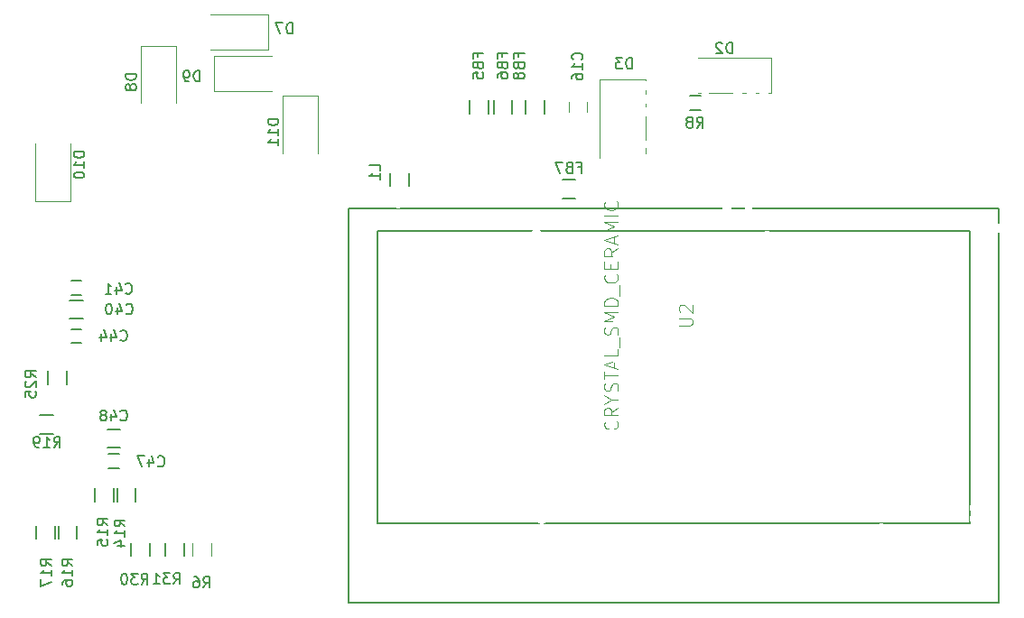
<source format=gbr>
G04 #@! TF.GenerationSoftware,KiCad,Pcbnew,5.1.4+dfsg1-1*
G04 #@! TF.CreationDate,2021-01-01T15:39:33+01:00*
G04 #@! TF.ProjectId,MIDI_FOOTSWITCH,4d494449-5f46-44f4-9f54-535749544348,rev?*
G04 #@! TF.SameCoordinates,PX4c4b400PY1312d00*
G04 #@! TF.FileFunction,Legend,Bot*
G04 #@! TF.FilePolarity,Positive*
%FSLAX46Y46*%
G04 Gerber Fmt 4.6, Leading zero omitted, Abs format (unit mm)*
G04 Created by KiCad (PCBNEW 5.1.4+dfsg1-1) date 2021-01-01 15:39:33*
%MOMM*%
%LPD*%
G04 APERTURE LIST*
%ADD10C,0.150000*%
%ADD11C,0.120000*%
%ADD12C,0.088900*%
%ADD13C,2.700000*%
%ADD14C,2.400000*%
%ADD15C,1.500000*%
%ADD16C,2.250000*%
%ADD17C,1.700000*%
%ADD18R,1.300000X1.000000*%
%ADD19R,1.050000X1.050000*%
%ADD20C,1.050000*%
%ADD21R,1.300000X1.500000*%
%ADD22C,6.600000*%
%ADD23R,1.250000X1.000000*%
%ADD24R,0.900000X0.900000*%
%ADD25R,3.500000X1.800000*%
%ADD26R,2.300000X3.500000*%
%ADD27R,1.000000X1.300000*%
%ADD28R,2.500000X1.800000*%
%ADD29R,1.800000X2.500000*%
%ADD30O,1.350000X1.350000*%
%ADD31R,1.350000X1.350000*%
%ADD32O,1.700000X1.700000*%
%ADD33R,1.700000X1.700000*%
%ADD34C,0.889000*%
%ADD35C,0.600000*%
%ADD36C,1.200000*%
%ADD37C,0.254000*%
G04 APERTURE END LIST*
D10*
X31000000Y-19000000D02*
X31000000Y-56000000D01*
X89250000Y-21100000D02*
X89250000Y-48600000D01*
X33750000Y-48600000D02*
X89250000Y-48600000D01*
X33750000Y-21100000D02*
X33750000Y-48600000D01*
X33750000Y-21100000D02*
X89250000Y-21100000D01*
X31000000Y-56000000D02*
X92000000Y-56000000D01*
X92000000Y-19000000D02*
X92000000Y-56000000D01*
X31000000Y-19000000D02*
X92000000Y-19000000D01*
X34925000Y-15700000D02*
X34925000Y-16900000D01*
X36675000Y-16900000D02*
X36675000Y-15700000D01*
D11*
X16370000Y-50400000D02*
X16370000Y-51600000D01*
X18130000Y-51600000D02*
X18130000Y-50400000D01*
X53350000Y-9000000D02*
X53350000Y-10000000D01*
X51650000Y-10000000D02*
X51650000Y-9000000D01*
D10*
X63000000Y-9775000D02*
X64000000Y-9775000D01*
X64000000Y-8425000D02*
X63000000Y-8425000D01*
D11*
X70650000Y-4850000D02*
X63750000Y-4850000D01*
X70650000Y-8150000D02*
X63750000Y-8150000D01*
X70650000Y-4850000D02*
X70650000Y-8150000D01*
X54600000Y-6950000D02*
X54600000Y-14250000D01*
X58900000Y-6950000D02*
X58900000Y-14250000D01*
X54600000Y-6950000D02*
X58900000Y-6950000D01*
D10*
X42375000Y-8900000D02*
X42375000Y-10100000D01*
X44125000Y-10100000D02*
X44125000Y-8900000D01*
X46375000Y-10100000D02*
X46375000Y-8900000D01*
X44625000Y-8900000D02*
X44625000Y-10100000D01*
X51100000Y-18075000D02*
X52300000Y-18075000D01*
X52300000Y-16325000D02*
X51100000Y-16325000D01*
X47625000Y-8900000D02*
X47625000Y-10100000D01*
X49375000Y-10100000D02*
X49375000Y-8900000D01*
X11075000Y-46500000D02*
X11075000Y-45300000D01*
X9325000Y-45300000D02*
X9325000Y-46500000D01*
X7225000Y-45300000D02*
X7225000Y-46500000D01*
X8975000Y-46500000D02*
X8975000Y-45300000D01*
X3825000Y-48800000D02*
X3825000Y-50000000D01*
X5575000Y-50000000D02*
X5575000Y-48800000D01*
X3475000Y-50000000D02*
X3475000Y-48800000D01*
X1725000Y-48800000D02*
X1725000Y-50000000D01*
X3300000Y-38425000D02*
X2100000Y-38425000D01*
X2100000Y-40175000D02*
X3300000Y-40175000D01*
X4900000Y-29375000D02*
X6100000Y-29375000D01*
X6100000Y-27625000D02*
X4900000Y-27625000D01*
X6000000Y-25825000D02*
X5000000Y-25825000D01*
X5000000Y-27175000D02*
X6000000Y-27175000D01*
X12375000Y-51600000D02*
X12375000Y-50400000D01*
X10625000Y-50400000D02*
X10625000Y-51600000D01*
X13875000Y-50400000D02*
X13875000Y-51600000D01*
X15625000Y-51600000D02*
X15625000Y-50400000D01*
X6000000Y-30325000D02*
X5000000Y-30325000D01*
X5000000Y-31675000D02*
X6000000Y-31675000D01*
X8500000Y-43375000D02*
X9500000Y-43375000D01*
X9500000Y-42025000D02*
X8500000Y-42025000D01*
X9600000Y-39725000D02*
X8400000Y-39725000D01*
X8400000Y-41475000D02*
X9600000Y-41475000D01*
X2825000Y-34300000D02*
X2825000Y-35500000D01*
X4575000Y-35500000D02*
X4575000Y-34300000D01*
D11*
X23500000Y-850000D02*
X18100000Y-850000D01*
X23500000Y-4150000D02*
X18100000Y-4150000D01*
X23500000Y-850000D02*
X23500000Y-4150000D01*
X11525000Y-3750000D02*
X14825000Y-3750000D01*
X14825000Y-3750000D02*
X14825000Y-9150000D01*
X11525000Y-3750000D02*
X11525000Y-9150000D01*
X18400000Y-8025000D02*
X23800000Y-8025000D01*
X18400000Y-4725000D02*
X23800000Y-4725000D01*
X18400000Y-8025000D02*
X18400000Y-4725000D01*
X4950000Y-18300000D02*
X4950000Y-12900000D01*
X1650000Y-18300000D02*
X1650000Y-12900000D01*
X4950000Y-18300000D02*
X1650000Y-18300000D01*
X24850000Y-8450000D02*
X28150000Y-8450000D01*
X28150000Y-8450000D02*
X28150000Y-13850000D01*
X24850000Y-8450000D02*
X24850000Y-13850000D01*
D10*
X33952380Y-15433333D02*
X33952380Y-14957142D01*
X32952380Y-14957142D01*
X33952380Y-16290476D02*
X33952380Y-15719047D01*
X33952380Y-16004761D02*
X32952380Y-16004761D01*
X33095238Y-15909523D01*
X33190476Y-15814285D01*
X33238095Y-15719047D01*
D12*
X61993059Y-30035241D02*
X63021155Y-30035241D01*
X63142107Y-29974764D01*
X63202583Y-29914288D01*
X63263059Y-29793336D01*
X63263059Y-29551431D01*
X63202583Y-29430479D01*
X63142107Y-29370002D01*
X63021155Y-29309526D01*
X61993059Y-29309526D01*
X62114012Y-28765241D02*
X62053536Y-28704764D01*
X61993059Y-28583812D01*
X61993059Y-28281431D01*
X62053536Y-28160479D01*
X62114012Y-28100002D01*
X62234964Y-28039526D01*
X62355916Y-28039526D01*
X62537345Y-28100002D01*
X63263059Y-28825717D01*
X63263059Y-28039526D01*
X56157107Y-38985717D02*
X56217583Y-39046193D01*
X56278059Y-39227622D01*
X56278059Y-39348574D01*
X56217583Y-39530002D01*
X56096631Y-39650955D01*
X55975678Y-39711431D01*
X55733774Y-39771907D01*
X55552345Y-39771907D01*
X55310440Y-39711431D01*
X55189488Y-39650955D01*
X55068536Y-39530002D01*
X55008059Y-39348574D01*
X55008059Y-39227622D01*
X55068536Y-39046193D01*
X55129012Y-38985717D01*
X56278059Y-37715717D02*
X55673297Y-38139050D01*
X56278059Y-38441431D02*
X55008059Y-38441431D01*
X55008059Y-37957622D01*
X55068536Y-37836669D01*
X55129012Y-37776193D01*
X55249964Y-37715717D01*
X55431393Y-37715717D01*
X55552345Y-37776193D01*
X55612821Y-37836669D01*
X55673297Y-37957622D01*
X55673297Y-38441431D01*
X55673297Y-36929526D02*
X56278059Y-36929526D01*
X55008059Y-37352860D02*
X55673297Y-36929526D01*
X55008059Y-36506193D01*
X56217583Y-36143336D02*
X56278059Y-35961907D01*
X56278059Y-35659526D01*
X56217583Y-35538574D01*
X56157107Y-35478098D01*
X56036155Y-35417622D01*
X55915202Y-35417622D01*
X55794250Y-35478098D01*
X55733774Y-35538574D01*
X55673297Y-35659526D01*
X55612821Y-35901431D01*
X55552345Y-36022383D01*
X55491869Y-36082860D01*
X55370916Y-36143336D01*
X55249964Y-36143336D01*
X55129012Y-36082860D01*
X55068536Y-36022383D01*
X55008059Y-35901431D01*
X55008059Y-35599050D01*
X55068536Y-35417622D01*
X55008059Y-35054764D02*
X55008059Y-34329050D01*
X56278059Y-34691907D02*
X55008059Y-34691907D01*
X55915202Y-33966193D02*
X55915202Y-33361431D01*
X56278059Y-34087145D02*
X55008059Y-33663812D01*
X56278059Y-33240479D01*
X56278059Y-32212383D02*
X56278059Y-32817145D01*
X55008059Y-32817145D01*
X56399012Y-32091431D02*
X56399012Y-31123812D01*
X56217583Y-30881907D02*
X56278059Y-30700479D01*
X56278059Y-30398098D01*
X56217583Y-30277145D01*
X56157107Y-30216669D01*
X56036155Y-30156193D01*
X55915202Y-30156193D01*
X55794250Y-30216669D01*
X55733774Y-30277145D01*
X55673297Y-30398098D01*
X55612821Y-30640002D01*
X55552345Y-30760955D01*
X55491869Y-30821431D01*
X55370916Y-30881907D01*
X55249964Y-30881907D01*
X55129012Y-30821431D01*
X55068536Y-30760955D01*
X55008059Y-30640002D01*
X55008059Y-30337622D01*
X55068536Y-30156193D01*
X56278059Y-29611907D02*
X55008059Y-29611907D01*
X55915202Y-29188574D01*
X55008059Y-28765241D01*
X56278059Y-28765241D01*
X56278059Y-28160479D02*
X55008059Y-28160479D01*
X55008059Y-27858098D01*
X55068536Y-27676669D01*
X55189488Y-27555717D01*
X55310440Y-27495241D01*
X55552345Y-27434764D01*
X55733774Y-27434764D01*
X55975678Y-27495241D01*
X56096631Y-27555717D01*
X56217583Y-27676669D01*
X56278059Y-27858098D01*
X56278059Y-28160479D01*
X56399012Y-27192860D02*
X56399012Y-26225241D01*
X56157107Y-25197145D02*
X56217583Y-25257622D01*
X56278059Y-25439050D01*
X56278059Y-25560002D01*
X56217583Y-25741431D01*
X56096631Y-25862383D01*
X55975678Y-25922860D01*
X55733774Y-25983336D01*
X55552345Y-25983336D01*
X55310440Y-25922860D01*
X55189488Y-25862383D01*
X55068536Y-25741431D01*
X55008059Y-25560002D01*
X55008059Y-25439050D01*
X55068536Y-25257622D01*
X55129012Y-25197145D01*
X55612821Y-24652860D02*
X55612821Y-24229526D01*
X56278059Y-24048098D02*
X56278059Y-24652860D01*
X55008059Y-24652860D01*
X55008059Y-24048098D01*
X56278059Y-22778098D02*
X55673297Y-23201431D01*
X56278059Y-23503812D02*
X55008059Y-23503812D01*
X55008059Y-23020002D01*
X55068536Y-22899050D01*
X55129012Y-22838574D01*
X55249964Y-22778098D01*
X55431393Y-22778098D01*
X55552345Y-22838574D01*
X55612821Y-22899050D01*
X55673297Y-23020002D01*
X55673297Y-23503812D01*
X55915202Y-22294288D02*
X55915202Y-21689526D01*
X56278059Y-22415241D02*
X55008059Y-21991907D01*
X56278059Y-21568574D01*
X56278059Y-21145241D02*
X55008059Y-21145241D01*
X55915202Y-20721907D01*
X55008059Y-20298574D01*
X56278059Y-20298574D01*
X56278059Y-19693812D02*
X55008059Y-19693812D01*
X56157107Y-18363336D02*
X56217583Y-18423812D01*
X56278059Y-18605241D01*
X56278059Y-18726193D01*
X56217583Y-18907622D01*
X56096631Y-19028574D01*
X55975678Y-19089050D01*
X55733774Y-19149526D01*
X55552345Y-19149526D01*
X55310440Y-19089050D01*
X55189488Y-19028574D01*
X55068536Y-18907622D01*
X55008059Y-18726193D01*
X55008059Y-18605241D01*
X55068536Y-18423812D01*
X55129012Y-18363336D01*
D10*
X17391666Y-54602380D02*
X17725000Y-54126190D01*
X17963095Y-54602380D02*
X17963095Y-53602380D01*
X17582142Y-53602380D01*
X17486904Y-53650000D01*
X17439285Y-53697619D01*
X17391666Y-53792857D01*
X17391666Y-53935714D01*
X17439285Y-54030952D01*
X17486904Y-54078571D01*
X17582142Y-54126190D01*
X17963095Y-54126190D01*
X16534523Y-53602380D02*
X16725000Y-53602380D01*
X16820238Y-53650000D01*
X16867857Y-53697619D01*
X16963095Y-53840476D01*
X17010714Y-54030952D01*
X17010714Y-54411904D01*
X16963095Y-54507142D01*
X16915476Y-54554761D01*
X16820238Y-54602380D01*
X16629761Y-54602380D01*
X16534523Y-54554761D01*
X16486904Y-54507142D01*
X16439285Y-54411904D01*
X16439285Y-54173809D01*
X16486904Y-54078571D01*
X16534523Y-54030952D01*
X16629761Y-53983333D01*
X16820238Y-53983333D01*
X16915476Y-54030952D01*
X16963095Y-54078571D01*
X17010714Y-54173809D01*
X52877142Y-5037142D02*
X52924761Y-4989523D01*
X52972380Y-4846666D01*
X52972380Y-4751428D01*
X52924761Y-4608571D01*
X52829523Y-4513333D01*
X52734285Y-4465714D01*
X52543809Y-4418095D01*
X52400952Y-4418095D01*
X52210476Y-4465714D01*
X52115238Y-4513333D01*
X52020000Y-4608571D01*
X51972380Y-4751428D01*
X51972380Y-4846666D01*
X52020000Y-4989523D01*
X52067619Y-5037142D01*
X52972380Y-5989523D02*
X52972380Y-5418095D01*
X52972380Y-5703809D02*
X51972380Y-5703809D01*
X52115238Y-5608571D01*
X52210476Y-5513333D01*
X52258095Y-5418095D01*
X51972380Y-6846666D02*
X51972380Y-6656190D01*
X52020000Y-6560952D01*
X52067619Y-6513333D01*
X52210476Y-6418095D01*
X52400952Y-6370476D01*
X52781904Y-6370476D01*
X52877142Y-6418095D01*
X52924761Y-6465714D01*
X52972380Y-6560952D01*
X52972380Y-6751428D01*
X52924761Y-6846666D01*
X52877142Y-6894285D01*
X52781904Y-6941904D01*
X52543809Y-6941904D01*
X52448571Y-6894285D01*
X52400952Y-6846666D01*
X52353333Y-6751428D01*
X52353333Y-6560952D01*
X52400952Y-6465714D01*
X52448571Y-6418095D01*
X52543809Y-6370476D01*
X63666666Y-11452380D02*
X64000000Y-10976190D01*
X64238095Y-11452380D02*
X64238095Y-10452380D01*
X63857142Y-10452380D01*
X63761904Y-10500000D01*
X63714285Y-10547619D01*
X63666666Y-10642857D01*
X63666666Y-10785714D01*
X63714285Y-10880952D01*
X63761904Y-10928571D01*
X63857142Y-10976190D01*
X64238095Y-10976190D01*
X63095238Y-10880952D02*
X63190476Y-10833333D01*
X63238095Y-10785714D01*
X63285714Y-10690476D01*
X63285714Y-10642857D01*
X63238095Y-10547619D01*
X63190476Y-10500000D01*
X63095238Y-10452380D01*
X62904761Y-10452380D01*
X62809523Y-10500000D01*
X62761904Y-10547619D01*
X62714285Y-10642857D01*
X62714285Y-10690476D01*
X62761904Y-10785714D01*
X62809523Y-10833333D01*
X62904761Y-10880952D01*
X63095238Y-10880952D01*
X63190476Y-10928571D01*
X63238095Y-10976190D01*
X63285714Y-11071428D01*
X63285714Y-11261904D01*
X63238095Y-11357142D01*
X63190476Y-11404761D01*
X63095238Y-11452380D01*
X62904761Y-11452380D01*
X62809523Y-11404761D01*
X62761904Y-11357142D01*
X62714285Y-11261904D01*
X62714285Y-11071428D01*
X62761904Y-10976190D01*
X62809523Y-10928571D01*
X62904761Y-10880952D01*
X66988095Y-4452380D02*
X66988095Y-3452380D01*
X66750000Y-3452380D01*
X66607142Y-3500000D01*
X66511904Y-3595238D01*
X66464285Y-3690476D01*
X66416666Y-3880952D01*
X66416666Y-4023809D01*
X66464285Y-4214285D01*
X66511904Y-4309523D01*
X66607142Y-4404761D01*
X66750000Y-4452380D01*
X66988095Y-4452380D01*
X66035714Y-3547619D02*
X65988095Y-3500000D01*
X65892857Y-3452380D01*
X65654761Y-3452380D01*
X65559523Y-3500000D01*
X65511904Y-3547619D01*
X65464285Y-3642857D01*
X65464285Y-3738095D01*
X65511904Y-3880952D01*
X66083333Y-4452380D01*
X65464285Y-4452380D01*
X57588095Y-5902380D02*
X57588095Y-4902380D01*
X57350000Y-4902380D01*
X57207142Y-4950000D01*
X57111904Y-5045238D01*
X57064285Y-5140476D01*
X57016666Y-5330952D01*
X57016666Y-5473809D01*
X57064285Y-5664285D01*
X57111904Y-5759523D01*
X57207142Y-5854761D01*
X57350000Y-5902380D01*
X57588095Y-5902380D01*
X56683333Y-4902380D02*
X56064285Y-4902380D01*
X56397619Y-5283333D01*
X56254761Y-5283333D01*
X56159523Y-5330952D01*
X56111904Y-5378571D01*
X56064285Y-5473809D01*
X56064285Y-5711904D01*
X56111904Y-5807142D01*
X56159523Y-5854761D01*
X56254761Y-5902380D01*
X56540476Y-5902380D01*
X56635714Y-5854761D01*
X56683333Y-5807142D01*
X43148571Y-4796666D02*
X43148571Y-4463333D01*
X43672380Y-4463333D02*
X42672380Y-4463333D01*
X42672380Y-4939523D01*
X43148571Y-5653809D02*
X43196190Y-5796666D01*
X43243809Y-5844285D01*
X43339047Y-5891904D01*
X43481904Y-5891904D01*
X43577142Y-5844285D01*
X43624761Y-5796666D01*
X43672380Y-5701428D01*
X43672380Y-5320476D01*
X42672380Y-5320476D01*
X42672380Y-5653809D01*
X42720000Y-5749047D01*
X42767619Y-5796666D01*
X42862857Y-5844285D01*
X42958095Y-5844285D01*
X43053333Y-5796666D01*
X43100952Y-5749047D01*
X43148571Y-5653809D01*
X43148571Y-5320476D01*
X42672380Y-6796666D02*
X42672380Y-6320476D01*
X43148571Y-6272857D01*
X43100952Y-6320476D01*
X43053333Y-6415714D01*
X43053333Y-6653809D01*
X43100952Y-6749047D01*
X43148571Y-6796666D01*
X43243809Y-6844285D01*
X43481904Y-6844285D01*
X43577142Y-6796666D01*
X43624761Y-6749047D01*
X43672380Y-6653809D01*
X43672380Y-6415714D01*
X43624761Y-6320476D01*
X43577142Y-6272857D01*
X45438571Y-4796666D02*
X45438571Y-4463333D01*
X45962380Y-4463333D02*
X44962380Y-4463333D01*
X44962380Y-4939523D01*
X45438571Y-5653809D02*
X45486190Y-5796666D01*
X45533809Y-5844285D01*
X45629047Y-5891904D01*
X45771904Y-5891904D01*
X45867142Y-5844285D01*
X45914761Y-5796666D01*
X45962380Y-5701428D01*
X45962380Y-5320476D01*
X44962380Y-5320476D01*
X44962380Y-5653809D01*
X45010000Y-5749047D01*
X45057619Y-5796666D01*
X45152857Y-5844285D01*
X45248095Y-5844285D01*
X45343333Y-5796666D01*
X45390952Y-5749047D01*
X45438571Y-5653809D01*
X45438571Y-5320476D01*
X44962380Y-6749047D02*
X44962380Y-6558571D01*
X45010000Y-6463333D01*
X45057619Y-6415714D01*
X45200476Y-6320476D01*
X45390952Y-6272857D01*
X45771904Y-6272857D01*
X45867142Y-6320476D01*
X45914761Y-6368095D01*
X45962380Y-6463333D01*
X45962380Y-6653809D01*
X45914761Y-6749047D01*
X45867142Y-6796666D01*
X45771904Y-6844285D01*
X45533809Y-6844285D01*
X45438571Y-6796666D01*
X45390952Y-6749047D01*
X45343333Y-6653809D01*
X45343333Y-6463333D01*
X45390952Y-6368095D01*
X45438571Y-6320476D01*
X45533809Y-6272857D01*
X52533333Y-15158571D02*
X52866666Y-15158571D01*
X52866666Y-15682380D02*
X52866666Y-14682380D01*
X52390476Y-14682380D01*
X51676190Y-15158571D02*
X51533333Y-15206190D01*
X51485714Y-15253809D01*
X51438095Y-15349047D01*
X51438095Y-15491904D01*
X51485714Y-15587142D01*
X51533333Y-15634761D01*
X51628571Y-15682380D01*
X52009523Y-15682380D01*
X52009523Y-14682380D01*
X51676190Y-14682380D01*
X51580952Y-14730000D01*
X51533333Y-14777619D01*
X51485714Y-14872857D01*
X51485714Y-14968095D01*
X51533333Y-15063333D01*
X51580952Y-15110952D01*
X51676190Y-15158571D01*
X52009523Y-15158571D01*
X51104761Y-14682380D02*
X50438095Y-14682380D01*
X50866666Y-15682380D01*
X46978571Y-4806666D02*
X46978571Y-4473333D01*
X47502380Y-4473333D02*
X46502380Y-4473333D01*
X46502380Y-4949523D01*
X46978571Y-5663809D02*
X47026190Y-5806666D01*
X47073809Y-5854285D01*
X47169047Y-5901904D01*
X47311904Y-5901904D01*
X47407142Y-5854285D01*
X47454761Y-5806666D01*
X47502380Y-5711428D01*
X47502380Y-5330476D01*
X46502380Y-5330476D01*
X46502380Y-5663809D01*
X46550000Y-5759047D01*
X46597619Y-5806666D01*
X46692857Y-5854285D01*
X46788095Y-5854285D01*
X46883333Y-5806666D01*
X46930952Y-5759047D01*
X46978571Y-5663809D01*
X46978571Y-5330476D01*
X46930952Y-6473333D02*
X46883333Y-6378095D01*
X46835714Y-6330476D01*
X46740476Y-6282857D01*
X46692857Y-6282857D01*
X46597619Y-6330476D01*
X46550000Y-6378095D01*
X46502380Y-6473333D01*
X46502380Y-6663809D01*
X46550000Y-6759047D01*
X46597619Y-6806666D01*
X46692857Y-6854285D01*
X46740476Y-6854285D01*
X46835714Y-6806666D01*
X46883333Y-6759047D01*
X46930952Y-6663809D01*
X46930952Y-6473333D01*
X46978571Y-6378095D01*
X47026190Y-6330476D01*
X47121428Y-6282857D01*
X47311904Y-6282857D01*
X47407142Y-6330476D01*
X47454761Y-6378095D01*
X47502380Y-6473333D01*
X47502380Y-6663809D01*
X47454761Y-6759047D01*
X47407142Y-6806666D01*
X47311904Y-6854285D01*
X47121428Y-6854285D01*
X47026190Y-6806666D01*
X46978571Y-6759047D01*
X46930952Y-6663809D01*
X10052380Y-48857142D02*
X9576190Y-48523809D01*
X10052380Y-48285714D02*
X9052380Y-48285714D01*
X9052380Y-48666666D01*
X9100000Y-48761904D01*
X9147619Y-48809523D01*
X9242857Y-48857142D01*
X9385714Y-48857142D01*
X9480952Y-48809523D01*
X9528571Y-48761904D01*
X9576190Y-48666666D01*
X9576190Y-48285714D01*
X10052380Y-49809523D02*
X10052380Y-49238095D01*
X10052380Y-49523809D02*
X9052380Y-49523809D01*
X9195238Y-49428571D01*
X9290476Y-49333333D01*
X9338095Y-49238095D01*
X9385714Y-50666666D02*
X10052380Y-50666666D01*
X9004761Y-50428571D02*
X9719047Y-50190476D01*
X9719047Y-50809523D01*
X8452380Y-48757142D02*
X7976190Y-48423809D01*
X8452380Y-48185714D02*
X7452380Y-48185714D01*
X7452380Y-48566666D01*
X7500000Y-48661904D01*
X7547619Y-48709523D01*
X7642857Y-48757142D01*
X7785714Y-48757142D01*
X7880952Y-48709523D01*
X7928571Y-48661904D01*
X7976190Y-48566666D01*
X7976190Y-48185714D01*
X8452380Y-49709523D02*
X8452380Y-49138095D01*
X8452380Y-49423809D02*
X7452380Y-49423809D01*
X7595238Y-49328571D01*
X7690476Y-49233333D01*
X7738095Y-49138095D01*
X7452380Y-50614285D02*
X7452380Y-50138095D01*
X7928571Y-50090476D01*
X7880952Y-50138095D01*
X7833333Y-50233333D01*
X7833333Y-50471428D01*
X7880952Y-50566666D01*
X7928571Y-50614285D01*
X8023809Y-50661904D01*
X8261904Y-50661904D01*
X8357142Y-50614285D01*
X8404761Y-50566666D01*
X8452380Y-50471428D01*
X8452380Y-50233333D01*
X8404761Y-50138095D01*
X8357142Y-50090476D01*
X5152380Y-52557142D02*
X4676190Y-52223809D01*
X5152380Y-51985714D02*
X4152380Y-51985714D01*
X4152380Y-52366666D01*
X4200000Y-52461904D01*
X4247619Y-52509523D01*
X4342857Y-52557142D01*
X4485714Y-52557142D01*
X4580952Y-52509523D01*
X4628571Y-52461904D01*
X4676190Y-52366666D01*
X4676190Y-51985714D01*
X5152380Y-53509523D02*
X5152380Y-52938095D01*
X5152380Y-53223809D02*
X4152380Y-53223809D01*
X4295238Y-53128571D01*
X4390476Y-53033333D01*
X4438095Y-52938095D01*
X4152380Y-54366666D02*
X4152380Y-54176190D01*
X4200000Y-54080952D01*
X4247619Y-54033333D01*
X4390476Y-53938095D01*
X4580952Y-53890476D01*
X4961904Y-53890476D01*
X5057142Y-53938095D01*
X5104761Y-53985714D01*
X5152380Y-54080952D01*
X5152380Y-54271428D01*
X5104761Y-54366666D01*
X5057142Y-54414285D01*
X4961904Y-54461904D01*
X4723809Y-54461904D01*
X4628571Y-54414285D01*
X4580952Y-54366666D01*
X4533333Y-54271428D01*
X4533333Y-54080952D01*
X4580952Y-53985714D01*
X4628571Y-53938095D01*
X4723809Y-53890476D01*
X3152380Y-52557142D02*
X2676190Y-52223809D01*
X3152380Y-51985714D02*
X2152380Y-51985714D01*
X2152380Y-52366666D01*
X2200000Y-52461904D01*
X2247619Y-52509523D01*
X2342857Y-52557142D01*
X2485714Y-52557142D01*
X2580952Y-52509523D01*
X2628571Y-52461904D01*
X2676190Y-52366666D01*
X2676190Y-51985714D01*
X3152380Y-53509523D02*
X3152380Y-52938095D01*
X3152380Y-53223809D02*
X2152380Y-53223809D01*
X2295238Y-53128571D01*
X2390476Y-53033333D01*
X2438095Y-52938095D01*
X2152380Y-53842857D02*
X2152380Y-54509523D01*
X3152380Y-54080952D01*
X3392857Y-41452380D02*
X3726190Y-40976190D01*
X3964285Y-41452380D02*
X3964285Y-40452380D01*
X3583333Y-40452380D01*
X3488095Y-40500000D01*
X3440476Y-40547619D01*
X3392857Y-40642857D01*
X3392857Y-40785714D01*
X3440476Y-40880952D01*
X3488095Y-40928571D01*
X3583333Y-40976190D01*
X3964285Y-40976190D01*
X2440476Y-41452380D02*
X3011904Y-41452380D01*
X2726190Y-41452380D02*
X2726190Y-40452380D01*
X2821428Y-40595238D01*
X2916666Y-40690476D01*
X3011904Y-40738095D01*
X1964285Y-41452380D02*
X1773809Y-41452380D01*
X1678571Y-41404761D01*
X1630952Y-41357142D01*
X1535714Y-41214285D01*
X1488095Y-41023809D01*
X1488095Y-40642857D01*
X1535714Y-40547619D01*
X1583333Y-40500000D01*
X1678571Y-40452380D01*
X1869047Y-40452380D01*
X1964285Y-40500000D01*
X2011904Y-40547619D01*
X2059523Y-40642857D01*
X2059523Y-40880952D01*
X2011904Y-40976190D01*
X1964285Y-41023809D01*
X1869047Y-41071428D01*
X1678571Y-41071428D01*
X1583333Y-41023809D01*
X1535714Y-40976190D01*
X1488095Y-40880952D01*
X10162857Y-28867142D02*
X10210476Y-28914761D01*
X10353333Y-28962380D01*
X10448571Y-28962380D01*
X10591428Y-28914761D01*
X10686666Y-28819523D01*
X10734285Y-28724285D01*
X10781904Y-28533809D01*
X10781904Y-28390952D01*
X10734285Y-28200476D01*
X10686666Y-28105238D01*
X10591428Y-28010000D01*
X10448571Y-27962380D01*
X10353333Y-27962380D01*
X10210476Y-28010000D01*
X10162857Y-28057619D01*
X9305714Y-28295714D02*
X9305714Y-28962380D01*
X9543809Y-27914761D02*
X9781904Y-28629047D01*
X9162857Y-28629047D01*
X8591428Y-27962380D02*
X8496190Y-27962380D01*
X8400952Y-28010000D01*
X8353333Y-28057619D01*
X8305714Y-28152857D01*
X8258095Y-28343333D01*
X8258095Y-28581428D01*
X8305714Y-28771904D01*
X8353333Y-28867142D01*
X8400952Y-28914761D01*
X8496190Y-28962380D01*
X8591428Y-28962380D01*
X8686666Y-28914761D01*
X8734285Y-28867142D01*
X8781904Y-28771904D01*
X8829523Y-28581428D01*
X8829523Y-28343333D01*
X8781904Y-28152857D01*
X8734285Y-28057619D01*
X8686666Y-28010000D01*
X8591428Y-27962380D01*
X10122857Y-26937142D02*
X10170476Y-26984761D01*
X10313333Y-27032380D01*
X10408571Y-27032380D01*
X10551428Y-26984761D01*
X10646666Y-26889523D01*
X10694285Y-26794285D01*
X10741904Y-26603809D01*
X10741904Y-26460952D01*
X10694285Y-26270476D01*
X10646666Y-26175238D01*
X10551428Y-26080000D01*
X10408571Y-26032380D01*
X10313333Y-26032380D01*
X10170476Y-26080000D01*
X10122857Y-26127619D01*
X9265714Y-26365714D02*
X9265714Y-27032380D01*
X9503809Y-25984761D02*
X9741904Y-26699047D01*
X9122857Y-26699047D01*
X8218095Y-27032380D02*
X8789523Y-27032380D01*
X8503809Y-27032380D02*
X8503809Y-26032380D01*
X8599047Y-26175238D01*
X8694285Y-26270476D01*
X8789523Y-26318095D01*
X11592857Y-54302380D02*
X11926190Y-53826190D01*
X12164285Y-54302380D02*
X12164285Y-53302380D01*
X11783333Y-53302380D01*
X11688095Y-53350000D01*
X11640476Y-53397619D01*
X11592857Y-53492857D01*
X11592857Y-53635714D01*
X11640476Y-53730952D01*
X11688095Y-53778571D01*
X11783333Y-53826190D01*
X12164285Y-53826190D01*
X11259523Y-53302380D02*
X10640476Y-53302380D01*
X10973809Y-53683333D01*
X10830952Y-53683333D01*
X10735714Y-53730952D01*
X10688095Y-53778571D01*
X10640476Y-53873809D01*
X10640476Y-54111904D01*
X10688095Y-54207142D01*
X10735714Y-54254761D01*
X10830952Y-54302380D01*
X11116666Y-54302380D01*
X11211904Y-54254761D01*
X11259523Y-54207142D01*
X10021428Y-53302380D02*
X9926190Y-53302380D01*
X9830952Y-53350000D01*
X9783333Y-53397619D01*
X9735714Y-53492857D01*
X9688095Y-53683333D01*
X9688095Y-53921428D01*
X9735714Y-54111904D01*
X9783333Y-54207142D01*
X9830952Y-54254761D01*
X9926190Y-54302380D01*
X10021428Y-54302380D01*
X10116666Y-54254761D01*
X10164285Y-54207142D01*
X10211904Y-54111904D01*
X10259523Y-53921428D01*
X10259523Y-53683333D01*
X10211904Y-53492857D01*
X10164285Y-53397619D01*
X10116666Y-53350000D01*
X10021428Y-53302380D01*
X14617857Y-54252380D02*
X14951190Y-53776190D01*
X15189285Y-54252380D02*
X15189285Y-53252380D01*
X14808333Y-53252380D01*
X14713095Y-53300000D01*
X14665476Y-53347619D01*
X14617857Y-53442857D01*
X14617857Y-53585714D01*
X14665476Y-53680952D01*
X14713095Y-53728571D01*
X14808333Y-53776190D01*
X15189285Y-53776190D01*
X14284523Y-53252380D02*
X13665476Y-53252380D01*
X13998809Y-53633333D01*
X13855952Y-53633333D01*
X13760714Y-53680952D01*
X13713095Y-53728571D01*
X13665476Y-53823809D01*
X13665476Y-54061904D01*
X13713095Y-54157142D01*
X13760714Y-54204761D01*
X13855952Y-54252380D01*
X14141666Y-54252380D01*
X14236904Y-54204761D01*
X14284523Y-54157142D01*
X12713095Y-54252380D02*
X13284523Y-54252380D01*
X12998809Y-54252380D02*
X12998809Y-53252380D01*
X13094047Y-53395238D01*
X13189285Y-53490476D01*
X13284523Y-53538095D01*
X9642857Y-31357142D02*
X9690476Y-31404761D01*
X9833333Y-31452380D01*
X9928571Y-31452380D01*
X10071428Y-31404761D01*
X10166666Y-31309523D01*
X10214285Y-31214285D01*
X10261904Y-31023809D01*
X10261904Y-30880952D01*
X10214285Y-30690476D01*
X10166666Y-30595238D01*
X10071428Y-30500000D01*
X9928571Y-30452380D01*
X9833333Y-30452380D01*
X9690476Y-30500000D01*
X9642857Y-30547619D01*
X8785714Y-30785714D02*
X8785714Y-31452380D01*
X9023809Y-30404761D02*
X9261904Y-31119047D01*
X8642857Y-31119047D01*
X7833333Y-30785714D02*
X7833333Y-31452380D01*
X8071428Y-30404761D02*
X8309523Y-31119047D01*
X7690476Y-31119047D01*
X13142857Y-43157142D02*
X13190476Y-43204761D01*
X13333333Y-43252380D01*
X13428571Y-43252380D01*
X13571428Y-43204761D01*
X13666666Y-43109523D01*
X13714285Y-43014285D01*
X13761904Y-42823809D01*
X13761904Y-42680952D01*
X13714285Y-42490476D01*
X13666666Y-42395238D01*
X13571428Y-42300000D01*
X13428571Y-42252380D01*
X13333333Y-42252380D01*
X13190476Y-42300000D01*
X13142857Y-42347619D01*
X12285714Y-42585714D02*
X12285714Y-43252380D01*
X12523809Y-42204761D02*
X12761904Y-42919047D01*
X12142857Y-42919047D01*
X11857142Y-42252380D02*
X11190476Y-42252380D01*
X11619047Y-43252380D01*
X9642857Y-38857142D02*
X9690476Y-38904761D01*
X9833333Y-38952380D01*
X9928571Y-38952380D01*
X10071428Y-38904761D01*
X10166666Y-38809523D01*
X10214285Y-38714285D01*
X10261904Y-38523809D01*
X10261904Y-38380952D01*
X10214285Y-38190476D01*
X10166666Y-38095238D01*
X10071428Y-38000000D01*
X9928571Y-37952380D01*
X9833333Y-37952380D01*
X9690476Y-38000000D01*
X9642857Y-38047619D01*
X8785714Y-38285714D02*
X8785714Y-38952380D01*
X9023809Y-37904761D02*
X9261904Y-38619047D01*
X8642857Y-38619047D01*
X8119047Y-38380952D02*
X8214285Y-38333333D01*
X8261904Y-38285714D01*
X8309523Y-38190476D01*
X8309523Y-38142857D01*
X8261904Y-38047619D01*
X8214285Y-38000000D01*
X8119047Y-37952380D01*
X7928571Y-37952380D01*
X7833333Y-38000000D01*
X7785714Y-38047619D01*
X7738095Y-38142857D01*
X7738095Y-38190476D01*
X7785714Y-38285714D01*
X7833333Y-38333333D01*
X7928571Y-38380952D01*
X8119047Y-38380952D01*
X8214285Y-38428571D01*
X8261904Y-38476190D01*
X8309523Y-38571428D01*
X8309523Y-38761904D01*
X8261904Y-38857142D01*
X8214285Y-38904761D01*
X8119047Y-38952380D01*
X7928571Y-38952380D01*
X7833333Y-38904761D01*
X7785714Y-38857142D01*
X7738095Y-38761904D01*
X7738095Y-38571428D01*
X7785714Y-38476190D01*
X7833333Y-38428571D01*
X7928571Y-38380952D01*
X1702380Y-34857142D02*
X1226190Y-34523809D01*
X1702380Y-34285714D02*
X702380Y-34285714D01*
X702380Y-34666666D01*
X750000Y-34761904D01*
X797619Y-34809523D01*
X892857Y-34857142D01*
X1035714Y-34857142D01*
X1130952Y-34809523D01*
X1178571Y-34761904D01*
X1226190Y-34666666D01*
X1226190Y-34285714D01*
X797619Y-35238095D02*
X750000Y-35285714D01*
X702380Y-35380952D01*
X702380Y-35619047D01*
X750000Y-35714285D01*
X797619Y-35761904D01*
X892857Y-35809523D01*
X988095Y-35809523D01*
X1130952Y-35761904D01*
X1702380Y-35190476D01*
X1702380Y-35809523D01*
X702380Y-36714285D02*
X702380Y-36238095D01*
X1178571Y-36190476D01*
X1130952Y-36238095D01*
X1083333Y-36333333D01*
X1083333Y-36571428D01*
X1130952Y-36666666D01*
X1178571Y-36714285D01*
X1273809Y-36761904D01*
X1511904Y-36761904D01*
X1607142Y-36714285D01*
X1654761Y-36666666D01*
X1702380Y-36571428D01*
X1702380Y-36333333D01*
X1654761Y-36238095D01*
X1607142Y-36190476D01*
X25758095Y-2612380D02*
X25758095Y-1612380D01*
X25520000Y-1612380D01*
X25377142Y-1660000D01*
X25281904Y-1755238D01*
X25234285Y-1850476D01*
X25186666Y-2040952D01*
X25186666Y-2183809D01*
X25234285Y-2374285D01*
X25281904Y-2469523D01*
X25377142Y-2564761D01*
X25520000Y-2612380D01*
X25758095Y-2612380D01*
X24853333Y-1612380D02*
X24186666Y-1612380D01*
X24615238Y-2612380D01*
X11127380Y-6411904D02*
X10127380Y-6411904D01*
X10127380Y-6650000D01*
X10175000Y-6792857D01*
X10270238Y-6888095D01*
X10365476Y-6935714D01*
X10555952Y-6983333D01*
X10698809Y-6983333D01*
X10889285Y-6935714D01*
X10984523Y-6888095D01*
X11079761Y-6792857D01*
X11127380Y-6650000D01*
X11127380Y-6411904D01*
X10555952Y-7554761D02*
X10508333Y-7459523D01*
X10460714Y-7411904D01*
X10365476Y-7364285D01*
X10317857Y-7364285D01*
X10222619Y-7411904D01*
X10175000Y-7459523D01*
X10127380Y-7554761D01*
X10127380Y-7745238D01*
X10175000Y-7840476D01*
X10222619Y-7888095D01*
X10317857Y-7935714D01*
X10365476Y-7935714D01*
X10460714Y-7888095D01*
X10508333Y-7840476D01*
X10555952Y-7745238D01*
X10555952Y-7554761D01*
X10603571Y-7459523D01*
X10651190Y-7411904D01*
X10746428Y-7364285D01*
X10936904Y-7364285D01*
X11032142Y-7411904D01*
X11079761Y-7459523D01*
X11127380Y-7554761D01*
X11127380Y-7745238D01*
X11079761Y-7840476D01*
X11032142Y-7888095D01*
X10936904Y-7935714D01*
X10746428Y-7935714D01*
X10651190Y-7888095D01*
X10603571Y-7840476D01*
X10555952Y-7745238D01*
X17063095Y-7102380D02*
X17063095Y-6102380D01*
X16825000Y-6102380D01*
X16682142Y-6150000D01*
X16586904Y-6245238D01*
X16539285Y-6340476D01*
X16491666Y-6530952D01*
X16491666Y-6673809D01*
X16539285Y-6864285D01*
X16586904Y-6959523D01*
X16682142Y-7054761D01*
X16825000Y-7102380D01*
X17063095Y-7102380D01*
X16015476Y-7102380D02*
X15825000Y-7102380D01*
X15729761Y-7054761D01*
X15682142Y-7007142D01*
X15586904Y-6864285D01*
X15539285Y-6673809D01*
X15539285Y-6292857D01*
X15586904Y-6197619D01*
X15634523Y-6150000D01*
X15729761Y-6102380D01*
X15920238Y-6102380D01*
X16015476Y-6150000D01*
X16063095Y-6197619D01*
X16110714Y-6292857D01*
X16110714Y-6530952D01*
X16063095Y-6626190D01*
X16015476Y-6673809D01*
X15920238Y-6721428D01*
X15729761Y-6721428D01*
X15634523Y-6673809D01*
X15586904Y-6626190D01*
X15539285Y-6530952D01*
X6252380Y-13685714D02*
X5252380Y-13685714D01*
X5252380Y-13923809D01*
X5300000Y-14066666D01*
X5395238Y-14161904D01*
X5490476Y-14209523D01*
X5680952Y-14257142D01*
X5823809Y-14257142D01*
X6014285Y-14209523D01*
X6109523Y-14161904D01*
X6204761Y-14066666D01*
X6252380Y-13923809D01*
X6252380Y-13685714D01*
X6252380Y-15209523D02*
X6252380Y-14638095D01*
X6252380Y-14923809D02*
X5252380Y-14923809D01*
X5395238Y-14828571D01*
X5490476Y-14733333D01*
X5538095Y-14638095D01*
X5252380Y-15828571D02*
X5252380Y-15923809D01*
X5300000Y-16019047D01*
X5347619Y-16066666D01*
X5442857Y-16114285D01*
X5633333Y-16161904D01*
X5871428Y-16161904D01*
X6061904Y-16114285D01*
X6157142Y-16066666D01*
X6204761Y-16019047D01*
X6252380Y-15923809D01*
X6252380Y-15828571D01*
X6204761Y-15733333D01*
X6157142Y-15685714D01*
X6061904Y-15638095D01*
X5871428Y-15590476D01*
X5633333Y-15590476D01*
X5442857Y-15638095D01*
X5347619Y-15685714D01*
X5300000Y-15733333D01*
X5252380Y-15828571D01*
X24452380Y-10635714D02*
X23452380Y-10635714D01*
X23452380Y-10873809D01*
X23500000Y-11016666D01*
X23595238Y-11111904D01*
X23690476Y-11159523D01*
X23880952Y-11207142D01*
X24023809Y-11207142D01*
X24214285Y-11159523D01*
X24309523Y-11111904D01*
X24404761Y-11016666D01*
X24452380Y-10873809D01*
X24452380Y-10635714D01*
X24452380Y-12159523D02*
X24452380Y-11588095D01*
X24452380Y-11873809D02*
X23452380Y-11873809D01*
X23595238Y-11778571D01*
X23690476Y-11683333D01*
X23738095Y-11588095D01*
X24452380Y-13111904D02*
X24452380Y-12540476D01*
X24452380Y-12826190D02*
X23452380Y-12826190D01*
X23595238Y-12730952D01*
X23690476Y-12635714D01*
X23738095Y-12540476D01*
%LPC*%
D13*
X9190000Y-3860000D03*
D14*
X13000000Y-17200000D03*
X4750000Y-7030000D03*
X13000000Y-13385000D03*
X9190000Y-17200000D03*
X16810000Y-17200000D03*
X19980000Y-13385000D03*
D13*
X16810000Y-8940000D03*
D15*
X48440000Y-14700000D03*
X47170000Y-17240000D03*
X45900000Y-14700000D03*
X44630000Y-17240000D03*
X43360000Y-14700000D03*
X42090000Y-17240000D03*
X40820000Y-14700000D03*
X39550000Y-17240000D03*
D16*
X49080000Y-3900000D03*
X38920000Y-12790000D03*
D17*
X50595000Y-13430400D03*
D18*
X35800000Y-17350000D03*
X35800000Y-15250000D03*
D19*
X83941760Y-16677600D03*
D20*
X82671760Y-16677600D03*
X81401760Y-16677600D03*
X80131760Y-16677600D03*
X78861760Y-16677600D03*
X82671760Y-17947600D03*
X81401760Y-17947600D03*
X80131760Y-17947600D03*
X78861760Y-17947600D03*
X83941760Y-17947600D03*
D21*
X17250000Y-52350000D03*
X17250000Y-49650000D03*
D22*
X27000000Y-31000000D03*
X96000000Y-31000000D03*
D23*
X52500000Y-10500000D03*
X52500000Y-8500000D03*
D24*
X64450000Y-9100000D03*
X62550000Y-9100000D03*
D25*
X63750000Y-6500000D03*
X68750000Y-6500000D03*
D26*
X56750000Y-14250000D03*
X56750000Y-8850000D03*
D18*
X43250000Y-10550000D03*
X43250000Y-8450000D03*
X45500000Y-8450000D03*
X45500000Y-10550000D03*
D27*
X52750000Y-17200000D03*
X50650000Y-17200000D03*
D18*
X48500000Y-10550000D03*
X48500000Y-8450000D03*
X10200000Y-44850000D03*
X10200000Y-46950000D03*
X8100000Y-46950000D03*
X8100000Y-44850000D03*
X4700000Y-50450000D03*
X4700000Y-48350000D03*
X2600000Y-48350000D03*
X2600000Y-50450000D03*
D27*
X1650000Y-39300000D03*
X3750000Y-39300000D03*
X6550000Y-28500000D03*
X4450000Y-28500000D03*
D24*
X4550000Y-26500000D03*
X6450000Y-26500000D03*
D18*
X11500000Y-49950000D03*
X11500000Y-52050000D03*
X14750000Y-52050000D03*
X14750000Y-49950000D03*
D24*
X4550000Y-31000000D03*
X6450000Y-31000000D03*
X9950000Y-42700000D03*
X8050000Y-42700000D03*
D27*
X7950000Y-40600000D03*
X10050000Y-40600000D03*
D18*
X3700000Y-35950000D03*
X3700000Y-33850000D03*
D28*
X18100000Y-2500000D03*
X22100000Y-2500000D03*
D29*
X13175000Y-5150000D03*
X13175000Y-9150000D03*
D28*
X23800000Y-6375000D03*
X19800000Y-6375000D03*
D29*
X3300000Y-12900000D03*
X3300000Y-16900000D03*
X26500000Y-9850000D03*
X26500000Y-13850000D03*
D30*
X22219999Y-57000000D03*
X20219999Y-57000000D03*
X18219999Y-57000000D03*
X16219999Y-57000000D03*
X14219999Y-57000000D03*
X12219999Y-57000000D03*
X10219999Y-57000000D03*
X8219999Y-57000000D03*
X6219999Y-57000000D03*
D31*
X4219999Y-57000000D03*
D32*
X26355000Y-50085000D03*
X26355000Y-52625000D03*
X23815000Y-50085000D03*
X23815000Y-52625000D03*
X21275000Y-50085000D03*
D33*
X21275000Y-52625000D03*
D34*
X64557900Y-32257900D03*
X16000000Y-49250000D03*
X1500000Y-42250000D03*
X4250000Y-42250000D03*
X5250000Y-44000000D03*
X1500000Y-45750000D03*
X4250000Y-45750000D03*
X25250000Y-39000000D03*
X28750000Y-39000000D03*
X29500000Y-40750000D03*
X25500000Y-42500000D03*
X28500000Y-42500000D03*
X58750000Y-13000000D03*
X58750000Y-14250000D03*
X58750000Y-15500000D03*
X61500000Y-9000000D03*
X38500000Y-48000000D03*
X66450000Y-39800000D03*
X51700000Y-34850000D03*
X54150000Y-29000000D03*
X63400000Y-23400000D03*
D35*
X60366255Y-21937622D03*
X58366255Y-21937621D03*
X61766255Y-25437622D03*
X61666255Y-27837622D03*
X56966255Y-34837622D03*
X58966255Y-34837622D03*
X61266255Y-34637622D03*
X56066255Y-33237621D03*
X61672535Y-30210622D03*
X63866256Y-30037622D03*
X56084536Y-29737622D03*
X56066255Y-26437621D03*
X56084535Y-23537622D03*
X56666255Y-22337621D03*
X61666255Y-22637622D03*
D34*
X68500000Y-19250000D03*
D35*
X70000000Y-26000000D03*
X85462500Y-9500000D03*
X84637500Y-11568750D03*
X84637500Y-9500000D03*
D36*
X85050000Y-10500000D03*
D35*
X85462500Y-11568750D03*
D34*
X90000000Y-6500000D03*
D35*
X92700000Y-6400000D03*
X92700000Y-12200000D03*
D34*
X93600000Y-13400000D03*
X91800000Y-13400000D03*
X84300000Y-13000000D03*
X86000000Y-13500000D03*
X88900000Y-13500000D03*
X93600000Y-15700000D03*
X86200000Y-15700000D03*
X85500000Y-7200000D03*
X85900000Y-4000000D03*
X72900000Y-41200000D03*
X11500000Y-48700000D03*
X49100000Y-48200000D03*
X35700000Y-18600000D03*
X76700000Y-43700000D03*
X82600000Y-29100000D03*
X86500000Y-24900000D03*
X86600000Y-39200000D03*
X7500000Y-28500000D03*
D35*
X87200000Y-50400000D03*
X86100000Y-50000000D03*
X86100000Y-50800000D03*
X89550000Y-48150000D03*
X89550000Y-47100000D03*
X88250000Y-50300000D03*
D34*
X78800000Y-51700000D03*
X77500000Y-8000000D03*
X77500000Y-9500000D03*
X77500000Y-11000000D03*
X75500000Y-12000000D03*
X75000000Y-15000000D03*
X1500000Y-33500000D03*
X6900000Y-39800000D03*
X48600000Y-21300000D03*
D35*
X64400000Y-28100000D03*
D34*
X2000000Y-37100000D03*
X3900000Y-19400000D03*
X27300000Y-15700000D03*
X16250000Y-2000000D03*
X13750000Y-3000000D03*
X17675000Y-5000000D03*
X1750000Y-1750000D03*
D35*
X97100000Y-57500000D03*
D34*
X91950000Y-18225000D03*
X93475000Y-18200000D03*
X93475000Y-20850000D03*
X91925000Y-20850000D03*
X69350000Y-43525000D03*
X69450000Y-44700000D03*
X50300000Y-47775000D03*
X56910000Y-40860000D03*
X58060000Y-40870000D03*
X59080000Y-41760000D03*
X44250000Y-54170000D03*
D35*
X55750000Y-40000000D03*
X74190000Y-30380000D03*
X75600000Y-29884900D03*
X54400000Y-36200000D03*
X67750000Y-29410622D03*
X72093740Y-22000000D03*
D34*
X68883781Y-40365199D03*
X66500000Y-19000000D03*
X91750000Y-9250000D03*
X93750000Y-9250000D03*
X41750000Y-50250000D03*
X46700000Y-48100000D03*
X78800000Y-43800000D03*
X82600000Y-25000000D03*
X88700000Y-39300000D03*
X43000000Y-32500000D03*
X47000000Y-22000000D03*
X62750000Y-27000000D03*
X65325000Y-44050000D03*
X54800000Y-32190000D03*
D35*
X70100000Y-22400000D03*
X30100000Y-49150000D03*
X18650000Y-52750000D03*
X70300000Y-21400000D03*
X71100000Y-20500000D03*
D34*
X82000000Y-48000000D03*
X81000000Y-49000000D03*
X53875000Y-44025000D03*
X59000000Y-7500000D03*
X59000000Y-8750000D03*
X59000000Y-10000000D03*
X40250000Y-7400000D03*
X41550000Y-8450000D03*
D35*
X70210000Y-47430000D03*
X67810000Y-30770000D03*
X63075000Y-43663235D03*
X62250000Y-39575000D03*
X62250000Y-44300000D03*
X60890000Y-40740000D03*
X79900000Y-33800000D03*
X62775000Y-46825000D03*
X62021464Y-47421464D03*
X80560000Y-32480000D03*
X72350000Y-31175000D03*
X62850000Y-45750000D03*
X71050000Y-31350000D03*
X61925000Y-45725000D03*
X60925000Y-45950000D03*
X60925000Y-42125000D03*
X59925000Y-46650000D03*
X60224999Y-43800001D03*
X71450000Y-38850000D03*
X65330000Y-41450000D03*
D34*
X75000000Y-1000000D03*
X76500000Y-1000000D03*
X74500000Y-2000000D03*
X74500000Y-3500000D03*
X16500000Y-45250000D03*
X17750000Y-45250000D03*
X19000000Y-45250000D03*
X20250000Y-45250000D03*
X93000000Y-42000000D03*
X93000000Y-45000000D03*
X93000000Y-43500000D03*
X64500000Y-8000000D03*
X63600000Y-35300000D03*
X52894499Y-32944499D03*
X33000000Y-49500000D03*
X32700000Y-45300000D03*
X30500000Y-47000000D03*
X6100000Y-36100000D03*
D35*
X74750000Y-28250000D03*
X71800000Y-18100000D03*
X7100000Y-12000000D03*
D34*
X7100000Y-20900000D03*
D35*
X74750000Y-26750000D03*
X72896034Y-18003966D03*
D34*
X67500000Y-8250000D03*
X68750000Y-8250000D03*
X70000000Y-8250000D03*
X20000000Y-21500000D03*
X21500000Y-21500000D03*
X23000000Y-21500000D03*
X24500000Y-21500000D03*
X3745533Y-26254467D03*
X5500000Y-32500000D03*
D35*
X24900000Y-3500000D03*
X21875000Y-9175000D03*
D34*
X26200000Y-6100000D03*
D35*
X3800000Y-37700000D03*
X88250000Y-17875000D03*
X82280000Y-31700000D03*
D37*
G36*
X85873000Y-11373000D02*
G01*
X84127000Y-11373000D01*
X84127000Y-9627000D01*
X85873000Y-9627000D01*
X85873000Y-11373000D01*
X85873000Y-11373000D01*
G37*
X85873000Y-11373000D02*
X84127000Y-11373000D01*
X84127000Y-9627000D01*
X85873000Y-9627000D01*
X85873000Y-11373000D01*
M02*

</source>
